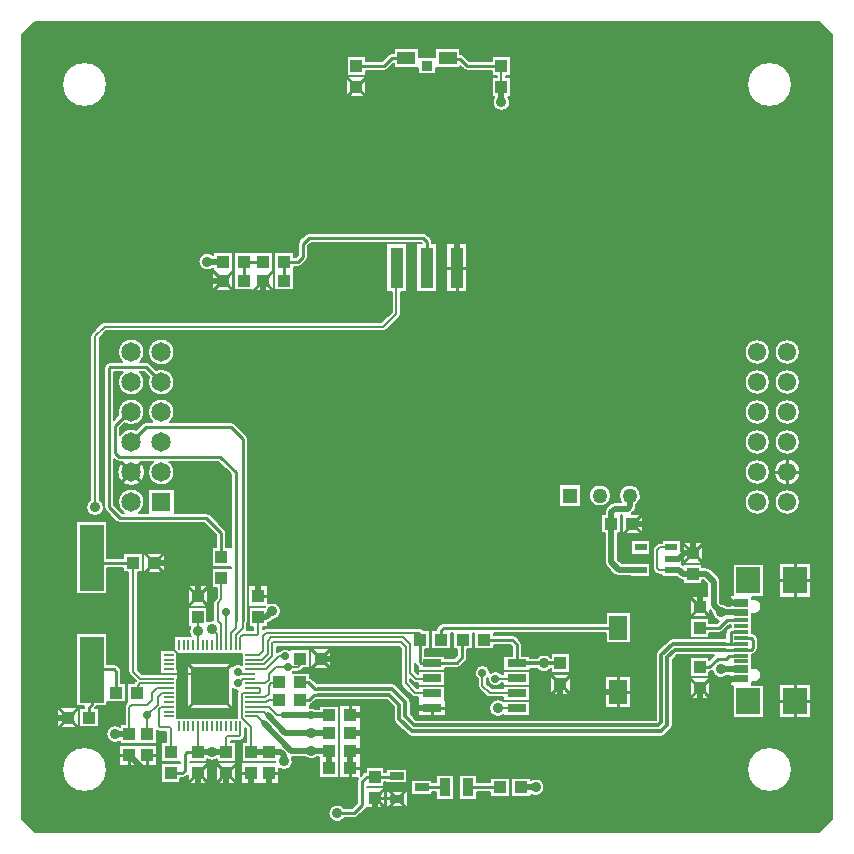
<source format=gbr>
G04 DesignSpark PCB PRO Gerber Version 10.0 Build 5299*
G04 #@! TF.Part,Single*
G04 #@! TF.FileFunction,Copper,L1,Top*
G04 #@! TF.FilePolarity,Positive*
%FSLAX35Y35*%
%MOIN*%
G04 #@! TA.AperFunction,SMDPad,CuDef*
%ADD78R,0.00787X0.03346*%
%ADD84R,0.03740X0.06102*%
%ADD77R,0.03937X0.04291*%
%ADD85R,0.04331X0.13780*%
%ADD82R,0.05906X0.07874*%
%ADD88R,0.07874X0.08583*%
%ADD83R,0.08268X0.22047*%
%ADD76R,0.03543X0.03543*%
G04 #@! TA.AperFunction,ComponentPad*
%ADD90R,0.05020X0.05020*%
%ADD72R,0.06496X0.06496*%
G04 #@! TA.AperFunction,SMDPad,CuDef*
%ADD80R,0.12598X0.12598*%
G04 #@! TD.AperFunction*
%ADD18C,0.00500*%
%ADD70C,0.00787*%
%ADD23C,0.00984*%
%ADD22C,0.01000*%
%ADD26C,0.01181*%
%ADD28C,0.01378*%
%ADD24C,0.01969*%
G04 #@! TA.AperFunction,ViaPad*
%ADD27C,0.02756*%
%ADD25C,0.03543*%
G04 #@! TA.AperFunction,ComponentPad*
%ADD91C,0.05020*%
%ADD29C,0.06102*%
%ADD73C,0.06496*%
G04 #@! TA.AperFunction,SMDPad,CuDef*
%ADD79R,0.03346X0.00787*%
%ADD87R,0.04528X0.01181*%
%ADD89R,0.04134X0.02362*%
%ADD86R,0.04724X0.02559*%
%ADD81R,0.06496X0.02559*%
%ADD74R,0.04291X0.03937*%
%ADD75R,0.05906X0.04331*%
G04 #@! TD.AperFunction*
X0Y0D02*
D02*
D18*
X174659Y252618D02*
Y257618D01*
D02*
D70*
X14705Y268984D02*
Y7394D01*
X19061Y3037D01*
X280651D01*
X285008Y7394D01*
Y268984D01*
X280651Y273341D01*
X19061D01*
X14705Y268984D01*
X26675Y44701D02*
X33754D01*
Y37976D01*
X26675D01*
Y44701D01*
X28203Y24016D02*
G75*
G02*
X43163I7480J0D01*
G01*
G75*
G02*
X28203I-7480J0D01*
G01*
Y252362D02*
G75*
G02*
X43163I7480J0D01*
G01*
G75*
G02*
X28203I-7480J0D01*
G01*
X48030Y52756D02*
X49683D01*
Y46457D01*
X43360D01*
Y45079D01*
X39611D01*
G75*
G02*
X39230Y44488I-1566J591D01*
G01*
X40541D01*
Y38189D01*
X33888D01*
Y44488D01*
X35585D01*
Y44882D01*
G75*
G02*
X35596Y45079I1673J-2D01*
G01*
X32730D01*
Y69488D01*
X43360D01*
Y59154D01*
X45526D01*
G75*
G02*
X46711Y58661I0J-1673D01*
G01*
X47537Y57835D01*
G75*
G02*
X48030Y56650I-1181J-1185D01*
G01*
Y52756D01*
X251813Y92520D02*
X262049D01*
Y81575D01*
X258325D01*
Y80700D01*
G75*
G02*
X261360Y78307I575J-2393D01*
G01*
G75*
G02*
X258112Y75976I-2461J0D01*
G01*
Y69576D01*
G75*
G02*
X259112Y69094I-185J-1663D01*
G01*
X259699Y68508D01*
G75*
G02*
X260191Y67323I-1181J-1185D01*
G01*
Y64567D01*
G75*
G02*
X259699Y63382I-1673J0D01*
G01*
X259112Y62795D01*
G75*
G02*
X258112Y62313I-1185J1181D01*
G01*
Y57882D01*
G75*
G02*
X261360Y55551I787J-2331D01*
G01*
G75*
G02*
X258325Y53159I-2461J0D01*
G01*
Y52283D01*
X262049D01*
Y41339D01*
X251813D01*
Y51756D01*
X251010D01*
Y55315D01*
X249895D01*
G75*
G02*
X244983Y56951I-2007J2165D01*
G01*
G75*
G02*
X243951Y56594I-1032J1317D01*
G01*
Y54898D01*
X237652D01*
Y61551D01*
X243951D01*
Y60634D01*
X245423Y62106D01*
X233322D01*
X231844Y60628D01*
Y38962D01*
G75*
G02*
X231297Y37640I-1870J0D01*
G01*
X229146Y35489D01*
G75*
G02*
X227821Y34941I-1322J1322D01*
G01*
X144726D01*
G75*
G02*
X143402Y35489I-2J1870D01*
G01*
X139282Y39608D01*
G75*
G02*
X138734Y40931I1322J1322D01*
G01*
Y44880D01*
X136469Y47146D01*
X113636D01*
G75*
G02*
X112904Y47295I0J1870D01*
G01*
X111671Y46063D01*
G75*
G02*
X111014Y45656I-1185J1181D01*
G01*
Y44672D01*
G75*
G02*
X112637Y44291I260J-2546D01*
G01*
X113896D01*
Y45276D01*
X120549D01*
Y21260D01*
X113896D01*
Y28150D01*
X113281D01*
G75*
G02*
X109266I-2007J2165D01*
G01*
X104830D01*
G75*
G02*
X100463Y24398I-2611J-1378D01*
G01*
Y19339D01*
X87833D01*
Y26417D01*
X99287D01*
G75*
G02*
X99274Y26551I2931J352D01*
G01*
X88045D01*
Y33205D01*
X89620D01*
Y37537D01*
X89226Y37930D01*
Y35433D01*
G75*
G02*
X88765Y34320I-1575J0D01*
G01*
X88371Y33926D01*
G75*
G02*
X87256Y33465I-1114J1113D01*
G01*
X84502D01*
Y33205D01*
X86077D01*
Y26551D01*
X79778D01*
Y27424D01*
G75*
G02*
X76628I-1575J2498D01*
G01*
Y26551D01*
X70821D01*
Y26417D01*
X76841D01*
Y19339D01*
X70116D01*
Y22224D01*
X69545Y21654D01*
G75*
G02*
X68360Y21161I-1185J1181D01*
G01*
X67573D01*
Y19551D01*
X61274D01*
Y26205D01*
X67474D01*
Y26551D01*
X61274D01*
Y33205D01*
X62848D01*
Y36614D01*
X60882D01*
G75*
G02*
X59767Y37076I-2J1575D01*
G01*
X59699Y37143D01*
Y32457D01*
X47494D01*
Y33329D01*
G75*
G02*
X42967Y35827I-1575J2498D01*
G01*
G75*
G02*
X47494Y38324I2953J0D01*
G01*
Y39110D01*
X49069D01*
Y44882D01*
G75*
G02*
X49533Y45998I1575J0D01*
G01*
X50030Y46495D01*
Y52756D01*
X52036D01*
G75*
G02*
X52289Y53085I1364J-787D01*
G01*
X52747Y53543D01*
X50755Y55536D01*
G75*
G02*
X50293Y56650I1113J1114D01*
G01*
Y89764D01*
X48541D01*
Y91240D01*
X43360D01*
Y82480D01*
X32730D01*
Y106890D01*
X43360D01*
Y94587D01*
X48541D01*
Y96063D01*
X55195D01*
Y89764D01*
X53443D01*
Y57302D01*
X54839Y55906D01*
X60766D01*
Y57693D01*
X60978D01*
Y63780D01*
X65604D01*
Y68406D01*
X71045D01*
G75*
G02*
X70901Y71520I2433J1673D01*
G01*
X70329D01*
Y78173D01*
X76628D01*
Y73364D01*
G75*
G02*
X78596Y73793I1575J-2498D01*
G01*
Y79528D01*
G75*
G02*
X79058Y80641I1575J0D01*
G01*
X79778Y81361D01*
Y84512D01*
X78203D01*
Y91165D01*
X84404D01*
Y91512D01*
X78203D01*
Y98165D01*
X79679D01*
Y102063D01*
X75541Y106201D01*
X47494D01*
G75*
G02*
X46309Y106693I0J1673D01*
G01*
X42770Y110232D01*
G75*
G02*
X42278Y111417I1181J1185D01*
G01*
Y157870D01*
G75*
G02*
Y157873I793J2D01*
G01*
G75*
G02*
Y157874I683J0D01*
G01*
G75*
G02*
X42768Y159057I1673J0D01*
G01*
X43161Y159451D01*
G75*
G02*
X44348Y159941I1183J-1183D01*
G01*
X48262D01*
G75*
G02*
X46844Y163189I3011J3248D01*
G01*
G75*
G02*
X55703I4429J0D01*
G01*
G75*
G02*
X54285Y159941I-4429J0D01*
G01*
X56156D01*
G75*
G02*
X57341Y159449I0J-1673D01*
G01*
X59530Y157260D01*
G75*
G02*
X65703Y153189I1744J-4071D01*
G01*
G75*
G02*
X56844I-4429J0D01*
G01*
G75*
G02*
X57179Y154878I4430J0D01*
G01*
X55463Y156594D01*
X54106D01*
G75*
G02*
X55703Y153189I-2832J-3406D01*
G01*
G75*
G02*
X46844I-4429J0D01*
G01*
G75*
G02*
X48442Y156594I4429J0D01*
G01*
X45624D01*
Y140693D01*
X46991Y142060D01*
G75*
G02*
X46844Y143189I4283J1130D01*
G01*
G75*
G02*
X55703I4429J0D01*
G01*
G75*
G02*
X49032Y139369I-4429J0D01*
G01*
X47593Y137929D01*
Y135652D01*
G75*
G02*
X52990Y137272I3681J-2463D01*
G01*
X55089Y139370D01*
G75*
G02*
X56274Y139862I1185J-1181D01*
G01*
X58350D01*
G75*
G02*
X56844Y143189I2924J3327D01*
G01*
G75*
G02*
X65703I4429J0D01*
G01*
G75*
G02*
X64198Y139862I-4429J0D01*
G01*
X84502D01*
G75*
G02*
X85687Y139370I0J-1673D01*
G01*
X89620Y135437D01*
G75*
G02*
X90112Y134252I-1181J-1185D01*
G01*
Y73622D01*
G75*
G02*
X90014Y73057I-1673J0D01*
G01*
Y71260D01*
G75*
G02*
X89803Y70472I-1575J0D01*
G01*
X91982D01*
Y71520D01*
X90407D01*
Y78173D01*
X95683D01*
G75*
G02*
X95759Y78307I2600J-1402D01*
G01*
X90195D01*
Y85386D01*
X96919D01*
Y79391D01*
G75*
G02*
X101234Y76772I1362J-2620D01*
G01*
G75*
G02*
X98393Y73821I-2953J0D01*
G01*
X97887Y73315D01*
G75*
G02*
X96707Y72709I-1531J1531D01*
G01*
Y71520D01*
X95132D01*
Y70731D01*
X95200Y70798D01*
G75*
G02*
X96315Y71260I1114J-1113D01*
G01*
X147537D01*
G75*
G02*
X148901Y70472I0J-1575D01*
G01*
X150864D01*
Y64173D01*
X149211D01*
Y61929D01*
X155860D01*
Y61142D01*
X159026D01*
X159994Y62110D01*
Y64173D01*
X158384D01*
Y69587D01*
X157864D01*
Y64173D01*
X151211D01*
Y70472D01*
X152865D01*
G75*
G02*
X153356Y71614I1673J-44D01*
G01*
X154183Y72441D01*
G75*
G02*
X155368Y72933I1185J-1181D01*
G01*
X209502D01*
Y76378D01*
X217770D01*
Y66142D01*
X209502D01*
Y69587D01*
X172037D01*
Y68996D01*
X178203D01*
G75*
G02*
X179388Y68504I0J-1673D01*
G01*
X181002Y66890D01*
G75*
G02*
X181494Y65705I-1181J-1185D01*
G01*
Y61929D01*
X184207D01*
Y61240D01*
X186485D01*
G75*
G02*
X191180I2347J-1791D01*
G01*
X191195D01*
Y62732D01*
X197494D01*
Y56079D01*
X191195D01*
Y57677D01*
G75*
G02*
X186456Y57697I-2362J1772D01*
G01*
X184207D01*
Y57008D01*
X175348D01*
Y61929D01*
X178148D01*
Y65012D01*
X177510Y65650D01*
X172037D01*
Y64173D01*
X165384D01*
Y69587D01*
X165037D01*
Y64173D01*
X163341D01*
Y61417D01*
G75*
G02*
X162848Y60232I-1673J0D01*
G01*
X160904Y58287D01*
G75*
G02*
X159719Y57795I-1185J1181D01*
G01*
X155860D01*
Y57008D01*
X147002D01*
Y58037D01*
G75*
G02*
X146481Y58532I866J1432D01*
G01*
X146356Y58657D01*
G75*
G02*
X145919Y59417I1181J1185D01*
G01*
Y56952D01*
X146965Y55906D01*
X147002D01*
Y56929D01*
X155860D01*
Y52008D01*
X147002D01*
Y52756D01*
X146315D01*
G75*
G02*
X145200Y53217I-2J1575D01*
G01*
X144344Y54072D01*
Y53408D01*
X146572Y51181D01*
X147002D01*
Y51929D01*
X155860D01*
Y47142D01*
X156073D01*
Y41795D01*
X146789D01*
Y47142D01*
X147002D01*
Y48031D01*
X145922D01*
G75*
G02*
X144806Y48493I-2J1575D01*
G01*
X141656Y51643D01*
G75*
G02*
X141195Y52756I1113J1114D01*
G01*
Y64308D01*
X140543Y64961D01*
X99856D01*
Y63175D01*
G75*
G02*
X100594Y63385I787J-1364D01*
G01*
G75*
G02*
X104053Y63926I2018J-1574D01*
G01*
Y64173D01*
X110707D01*
Y57874D01*
X108718D01*
G75*
G02*
X108491Y57589I-1338J830D01*
G01*
X108059Y57157D01*
G75*
G02*
X106943Y56693I-1116J1111D01*
G01*
X105417D01*
G75*
G02*
X105035Y56299I-2017J1575D01*
G01*
X111014D01*
Y54658D01*
G75*
G02*
X111472Y54333I-725J-1508D01*
G01*
X113046Y52759D01*
G75*
G02*
X113636Y52854I589J-1774D01*
G01*
X138057D01*
G75*
G02*
X139382Y52307I2J-1870D01*
G01*
X143895Y47793D01*
G75*
G02*
X144443Y46471I-1322J-1322D01*
G01*
Y42521D01*
X146315Y40650D01*
X226136D01*
Y62219D01*
G75*
G02*
X226683Y63541I1870J0D01*
G01*
X230409Y67267D01*
G75*
G02*
X231734Y67815I1322J-1322D01*
G01*
X249069D01*
G75*
G02*
X249364Y67791I-1J-1870D01*
G01*
Y69685D01*
G75*
G02*
X249858Y70872I1673J0D01*
G01*
X250048Y71061D01*
G75*
G02*
X251222Y71555I1187J-1180D01*
G01*
Y72146D01*
X250549D01*
X248524Y70120D01*
G75*
G02*
X247337Y69630I-1183J1183D01*
G01*
X243951D01*
Y67976D01*
X237652D01*
Y74630D01*
X243951D01*
Y72976D01*
X246648D01*
X247182Y73511D01*
G75*
G02*
X244937Y76266I706J2867D01*
G01*
X244163Y77040D01*
Y74764D01*
X237439D01*
Y81843D01*
X243360D01*
Y85717D01*
X242026Y87051D01*
X241589D01*
Y85890D01*
X235289D01*
Y87008D01*
G75*
G02*
X233758Y87642I0J2165D01*
G01*
X233211Y88189D01*
X228104D01*
Y88976D01*
X227221D01*
G75*
G02*
X226105Y89438I-2J1575D01*
G01*
X225515Y90028D01*
G75*
G02*
X225053Y91142I1113J1114D01*
G01*
Y97047D01*
G75*
G02*
X225515Y98161I1575J0D01*
G01*
X226499Y99145D01*
G75*
G02*
X227615Y99606I1114J-1113D01*
G01*
X228104D01*
Y100394D01*
X234600D01*
Y96866D01*
X234813D01*
Y92520D01*
G75*
G02*
X235289Y92222I-902J-1969D01*
G01*
Y92543D01*
X241589D01*
Y91382D01*
X242921D01*
G75*
G02*
X244454Y90748I2J-2165D01*
G01*
X247057Y88145D01*
G75*
G02*
X247691Y86614I-1531J-1531D01*
G01*
Y79637D01*
X248000Y79329D01*
G75*
G02*
X249895Y78543I-112J-2950D01*
G01*
X251010D01*
Y82102D01*
X251813D01*
Y92520D01*
X55329Y96276D02*
X62407D01*
Y89551D01*
X55329D01*
Y96276D01*
X70116Y85386D02*
X76841D01*
Y78307D01*
X70116D01*
Y85386D01*
X209289Y55331D02*
X217982D01*
Y44669D01*
X209289D01*
Y55331D01*
X190982Y55945D02*
X197707D01*
Y48866D01*
X190982D01*
Y55945D01*
X175348Y56929D02*
X184207D01*
Y52008D01*
X175348D01*
Y52756D01*
X174708D01*
G75*
G02*
X170132Y54331I-2017J1575D01*
G01*
G75*
G02*
X170135Y54456I2559J-2D01*
G01*
G75*
G02*
X169935Y54282I-1773J1845D01*
G01*
Y52621D01*
X171375Y51181D01*
X175348D01*
Y51929D01*
X184207D01*
Y47008D01*
X175348D01*
Y48031D01*
X170725D01*
G75*
G02*
X169609Y48493I-2J1575D01*
G01*
X167247Y50855D01*
G75*
G02*
X166785Y51969I1113J1114D01*
G01*
Y54282D01*
G75*
G02*
X165801Y56299I1575J2017D01*
G01*
G75*
G02*
X170919I2559J0D01*
G01*
G75*
G02*
X170916Y56174I-2559J2D01*
G01*
G75*
G02*
X174708Y55906I1775J-1844D01*
G01*
X175348D01*
Y56929D01*
Y46929D02*
X184207D01*
Y42008D01*
X175348D01*
Y42203D01*
G75*
G02*
X170526Y44488I-1870J2285D01*
G01*
G75*
G02*
X175348Y46773I2953J0D01*
G01*
Y46929D01*
X110841Y64386D02*
X117919D01*
Y57661D01*
X110841D01*
Y64386D01*
X256549Y24016D02*
G75*
G02*
X271510I7480J0D01*
G01*
G75*
G02*
X256549I-7480J0D01*
G01*
X237439Y54764D02*
X244163D01*
Y47685D01*
X237439D01*
Y54764D01*
X170982Y21260D02*
X177636D01*
Y14961D01*
X170982D01*
Y16437D01*
X166490D01*
Y13878D01*
X160388D01*
Y22343D01*
X166490D01*
Y19783D01*
X170982D01*
Y21260D01*
X184636Y20687D02*
G75*
G02*
X189030Y18110I1441J-2577D01*
G01*
G75*
G02*
X184636Y15533I-2953J0D01*
G01*
Y14961D01*
X177982D01*
Y21260D01*
X184636D01*
Y20687D01*
X152907Y22343D02*
X159010D01*
Y13878D01*
X152907D01*
Y16437D01*
X151628D01*
Y15650D01*
X144541D01*
Y20571D01*
X151628D01*
Y19783D01*
X152907D01*
Y22343D01*
X136274Y24350D02*
X143360D01*
Y19429D01*
X136274D01*
Y19937D01*
X135683D01*
Y18283D01*
X129876D01*
Y18150D01*
X135896D01*
Y11071D01*
X129433D01*
G75*
G02*
X129386Y11022I-1228J1132D01*
G01*
X126630Y8266D01*
G75*
G02*
X125443Y7776I-1183J1183D01*
G01*
X122368D01*
G75*
G02*
X116982Y9449I-2433J1673D01*
G01*
G75*
G02*
X122368Y11122I2953J0D01*
G01*
X124754D01*
X126530Y12898D01*
Y20075D01*
G75*
G02*
Y20078I793J2D01*
G01*
G75*
G02*
Y20079I683J0D01*
G01*
G75*
G02*
X126838Y21047I1673J0D01*
G01*
X120683D01*
Y45488D01*
X127762D01*
Y22004D01*
X128594Y22837D01*
G75*
G02*
X129384Y23280I1183J-1183D01*
G01*
Y24937D01*
X135683D01*
Y23283D01*
X136274D01*
Y24350D01*
X136061Y17004D02*
X143573D01*
Y11657D01*
X136061D01*
Y17004D01*
X79565Y26417D02*
X86289D01*
Y19339D01*
X79565D01*
Y26417D01*
X47281Y32323D02*
X59911D01*
Y25244D01*
X47281D01*
Y32323D01*
X136352Y199409D02*
X143045D01*
Y183268D01*
X141195D01*
Y175984D01*
G75*
G02*
X140733Y174871I-1575J0D01*
G01*
X136403Y170540D01*
G75*
G02*
X135287Y170079I-1114J1113D01*
G01*
X43028D01*
X40801Y167852D01*
Y113915D01*
G75*
G02*
X42179Y111417I-1575J-2498D01*
G01*
G75*
G02*
X36274I-2953J0D01*
G01*
G75*
G02*
X37652Y113915I2953J0D01*
G01*
Y168504D01*
G75*
G02*
X38113Y169617I1575J0D01*
G01*
X41263Y172767D01*
G75*
G02*
X42378Y173228I1114J-1113D01*
G01*
X134637D01*
X138045Y176637D01*
Y183268D01*
X136352D01*
Y199409D01*
X56844Y163189D02*
G75*
G02*
X65703I4429J0D01*
G01*
G75*
G02*
X56844I-4429J0D01*
G01*
X85116Y190370D02*
X85329D01*
Y183646D01*
X78250D01*
Y190370D01*
X78463D01*
Y190993D01*
G75*
G02*
X73675Y193307I-1835J2314D01*
G01*
G75*
G02*
X78463Y195621I2953J0D01*
G01*
Y196457D01*
X85116D01*
Y190370D01*
X98502D02*
X98715D01*
Y183646D01*
X91636D01*
Y183858D01*
X85463D01*
Y196457D01*
X98502D01*
Y190370D01*
X151530Y199409D02*
X153045D01*
Y183268D01*
X146352D01*
Y199409D01*
X148081D01*
X147982Y199508D01*
X111179D01*
X110191Y198520D01*
Y194885D01*
G75*
G02*
Y194883I-793J-1D01*
G01*
G75*
G02*
Y194882I-683J0D01*
G01*
G75*
G02*
X109701Y193699I-1673J0D01*
G01*
X108126Y192124D01*
G75*
G02*
X106939Y191634I-1183J1183D01*
G01*
X105502D01*
Y183858D01*
X98848D01*
Y196457D01*
X105502D01*
Y194980D01*
X106250D01*
X106844Y195575D01*
Y199213D01*
G75*
G02*
X107337Y200398I1673J0D01*
G01*
X109301Y202362D01*
G75*
G02*
X110486Y202854I1185J-1181D01*
G01*
X148675D01*
G75*
G02*
X149860Y202362I0J-1673D01*
G01*
X151037Y201185D01*
G75*
G02*
X151530Y200000I-1181J-1185D01*
G01*
Y199409D01*
X122872Y255157D02*
X129596D01*
Y248079D01*
X122872D01*
Y255157D01*
X171510Y261945D02*
X177809D01*
Y255291D01*
X176091D01*
Y254945D01*
X177809D01*
Y248291D01*
X176973D01*
G75*
G02*
X177612Y246457I-2314J-1834D01*
G01*
G75*
G02*
X171707I-2953J0D01*
G01*
G75*
G02*
X172346Y248291I2953J0D01*
G01*
X171510D01*
Y254945D01*
X173228D01*
Y255291D01*
X171510D01*
Y256945D01*
X163246D01*
G75*
G02*
X162059Y257435I-3J1673D01*
G01*
X160880Y258614D01*
Y257874D01*
X152809D01*
Y255709D01*
X146904D01*
Y257874D01*
X138833D01*
Y259402D01*
X136868Y257437D01*
G75*
G02*
X135683Y256945I-1185J1181D01*
G01*
X129384D01*
Y255291D01*
X123085D01*
Y261945D01*
X129384D01*
Y260291D01*
X134990D01*
X137100Y262402D01*
G75*
G02*
X138285Y262894I1185J-1181D01*
G01*
X138833D01*
Y264567D01*
X147100D01*
Y261614D01*
X152612D01*
Y264567D01*
X160880D01*
Y262696D01*
G75*
G02*
X162020Y262207I-44J-1673D01*
G01*
X163935Y260291D01*
X171510D01*
Y261945D01*
X156140Y199622D02*
X163258D01*
Y183055D01*
X156140D01*
Y199622D01*
X193803Y119045D02*
X201185D01*
Y111663D01*
X193803D01*
Y119045D01*
X203803Y115354D02*
G75*
G02*
X211185I3691J0D01*
G01*
G75*
G02*
X203803I-3691J0D01*
G01*
X217868Y92913D02*
X224364D01*
Y88189D01*
X217868D01*
Y88386D01*
X213878D01*
G75*
G02*
X212345Y89020I-2J2165D01*
G01*
X209786Y91579D01*
G75*
G02*
X209152Y93110I1531J1531D01*
G01*
Y102756D01*
X207990D01*
Y109055D01*
X209108D01*
Y109843D01*
G75*
G02*
X209743Y111374I2165J0D01*
G01*
X210924Y112555D01*
G75*
G02*
X212457Y113189I1531J-1531D01*
G01*
X214505D01*
G75*
G02*
X217494Y119045I2989J2165D01*
G01*
G75*
G02*
X219659Y112365I0J-3691D01*
G01*
Y111732D01*
G75*
G02*
X219025Y110201I-2165J0D01*
G01*
X218317Y109493D01*
G75*
G02*
X218052Y109268I-1531J1532D01*
G01*
X221856D01*
Y102543D01*
X214778D01*
Y108858D01*
X214644D01*
Y102756D01*
X213482D01*
Y94007D01*
X214773Y92717D01*
X217868D01*
Y92913D01*
Y100394D02*
X224364D01*
Y95669D01*
X217868D01*
Y100394D01*
X235077Y99756D02*
X241801D01*
Y92677D01*
X235077D01*
Y99756D01*
X255703Y113189D02*
G75*
G02*
X264167I4232J0D01*
G01*
G75*
G02*
X255703I-4232J0D01*
G01*
Y123189D02*
G75*
G02*
X264167I4232J0D01*
G01*
G75*
G02*
X255703I-4232J0D01*
G01*
Y133189D02*
G75*
G02*
X264167I4232J0D01*
G01*
G75*
G02*
X255703I-4232J0D01*
G01*
Y143189D02*
G75*
G02*
X264167I4232J0D01*
G01*
G75*
G02*
X255703I-4232J0D01*
G01*
Y153189D02*
G75*
G02*
X264167I4232J0D01*
G01*
G75*
G02*
X255703I-4232J0D01*
G01*
Y163189D02*
G75*
G02*
X264167I4232J0D01*
G01*
G75*
G02*
X255703I-4232J0D01*
G01*
X256549Y252362D02*
G75*
G02*
X271510I7480J0D01*
G01*
G75*
G02*
X256549I-7480J0D01*
G01*
X265490Y123189D02*
G75*
G02*
X274380I4445J0D01*
G01*
G75*
G02*
X265490I-4445J0D01*
G01*
X265703Y113189D02*
G75*
G02*
X274167I4232J0D01*
G01*
G75*
G02*
X265703I-4232J0D01*
G01*
X267073Y52496D02*
X277734D01*
Y41126D01*
X267073D01*
Y52496D01*
Y92732D02*
X277734D01*
Y81362D01*
X267073D01*
Y92732D01*
X265703Y133189D02*
G75*
G02*
X274167I4232J0D01*
G01*
G75*
G02*
X265703I-4232J0D01*
G01*
Y143189D02*
G75*
G02*
X274167I4232J0D01*
G01*
G75*
G02*
X265703I-4232J0D01*
G01*
Y153189D02*
G75*
G02*
X274167I4232J0D01*
G01*
G75*
G02*
X265703I-4232J0D01*
G01*
Y163189D02*
G75*
G02*
X274167I4232J0D01*
G01*
G75*
G02*
X265703I-4232J0D01*
G01*
X15098Y14331D02*
G36*
X15098Y14331D02*
Y7000D01*
X18668Y3431D01*
X281045D01*
X284614Y7000D01*
Y14331D01*
X166490D01*
Y13878D01*
X160388D01*
Y14331D01*
X159010D01*
Y13878D01*
X152907D01*
Y14331D01*
X143573D01*
Y11657D01*
X136061D01*
Y14331D01*
X135896D01*
Y11071D01*
X129433D01*
G75*
G02*
X129386Y11022I-1022J934D01*
G01*
X126630Y8266D01*
G75*
G02*
X125443Y7776I-1183J1184D01*
G01*
X122368D01*
G75*
G02*
X116982Y9449I-2433J1674D01*
G01*
G75*
G02*
X122368Y11122I2953J0D01*
G01*
X124754D01*
X126530Y12898D01*
Y14331D01*
X15098D01*
G37*
Y18110D02*
G36*
X15098Y18110D02*
Y14331D01*
X126530D01*
Y18110D01*
X40274D01*
G75*
G02*
X31092I-4591J5906D01*
G01*
X15098D01*
G37*
X135896D02*
G36*
X135896Y18110D02*
Y14331D01*
X136061D01*
Y17004D01*
X143573D01*
Y14331D01*
X152907D01*
Y16437D01*
X151628D01*
Y15650D01*
X144541D01*
Y18110D01*
X135896D01*
G37*
X159010D02*
G36*
X159010Y18110D02*
Y14331D01*
X160388D01*
Y18110D01*
X159010D01*
G37*
X166490Y16437D02*
G36*
X166490Y16437D02*
Y14331D01*
X284614D01*
Y18110D01*
X268621D01*
G75*
G02*
X259438I-4591J5906D01*
G01*
X189030D01*
G75*
G02*
X184636Y15533I-2953J0D01*
G01*
Y14961D01*
X177982D01*
Y18110D01*
X177636D01*
Y14961D01*
X170982D01*
Y16437D01*
X166490D01*
G37*
X15098Y24016D02*
G36*
X15098Y24016D02*
Y18110D01*
X31092D01*
G75*
G02*
X28203Y24016I4591J5906D01*
G01*
X15098D01*
G37*
X43163D02*
G36*
X43163Y24016D02*
G75*
G02*
X40274Y18110I-7480J0D01*
G01*
X126530D01*
Y20075D01*
Y20078D01*
Y20079D01*
G75*
G02*
X126838Y21047I1676J-1D01*
G01*
X120683D01*
Y24016D01*
X120549D01*
Y21260D01*
X113896D01*
Y24016D01*
X103278D01*
G75*
G02*
X101158I-1060J2756D01*
G01*
X100463D01*
Y19339D01*
X87833D01*
Y24016D01*
X86289D01*
Y19339D01*
X79565D01*
Y24016D01*
X76841D01*
Y19339D01*
X70116D01*
Y22224D01*
X69545Y21654D01*
G75*
G02*
X68360Y21161I-1185J1180D01*
G01*
X67573D01*
Y19551D01*
X61274D01*
Y24016D01*
X43163D01*
G37*
X127762D02*
G36*
X127762Y24016D02*
Y22004D01*
X128594Y22837D01*
G75*
G02*
X129384Y23280I1185J-1185D01*
G01*
Y24016D01*
X127762D01*
G37*
X129876Y18283D02*
G36*
X129876Y18283D02*
Y18150D01*
X135896D01*
Y18110D01*
X144541D01*
Y20571D01*
X151628D01*
Y19783D01*
X152907D01*
Y22343D01*
X159010D01*
Y18110D01*
X160388D01*
Y22343D01*
X166490D01*
Y19783D01*
X170982D01*
Y21260D01*
X177636D01*
Y18110D01*
X177982D01*
Y21260D01*
X184636D01*
Y20687D01*
G75*
G02*
X189030Y18110I1441J-2577D01*
G01*
X259438D01*
G75*
G02*
X256549Y24016I4591J5906D01*
G01*
X143360D01*
Y19429D01*
X136274D01*
Y19937D01*
X135683D01*
Y18283D01*
X129876D01*
G37*
X135683Y24016D02*
G36*
X135683Y24016D02*
Y23283D01*
X136274D01*
Y24016D01*
X135683D01*
G37*
X271510D02*
G36*
X271510Y24016D02*
G75*
G02*
X268621Y18110I-7480J0D01*
G01*
X284614D01*
Y24016D01*
X271510D01*
G37*
X15098Y28783D02*
G36*
X15098Y28783D02*
Y24016D01*
X28203D01*
G75*
G02*
X29919Y28783I7480J0D01*
G01*
X15098D01*
G37*
X41447D02*
G36*
X41447Y28783D02*
G75*
G02*
X43163Y24016I-5764J-4768D01*
G01*
X61274D01*
Y26205D01*
X67474D01*
Y26551D01*
X61274D01*
Y28783D01*
X59911D01*
Y25244D01*
X47281D01*
Y28783D01*
X41447D01*
G37*
X70821Y26551D02*
G36*
X70821Y26551D02*
Y26417D01*
X76841D01*
Y24016D01*
X79565D01*
Y26417D01*
X86289D01*
Y24016D01*
X87833D01*
Y26417D01*
X99287D01*
G75*
G02*
X99274Y26551I3822J439D01*
G01*
X88045D01*
Y28783D01*
X86077D01*
Y26551D01*
X79778D01*
Y27424D01*
G75*
G02*
X76628I-1575J2497D01*
G01*
Y26551D01*
X70821D01*
G37*
X100463Y24398D02*
G36*
X100463Y24398D02*
Y24016D01*
X101158D01*
G75*
G02*
X100463Y24398I1060J2756D01*
G01*
G37*
X105171Y26772D02*
G36*
X105171Y26772D02*
G75*
G02*
X103278Y24016I-2953J0D01*
G01*
X113896D01*
Y28150D01*
X113281D01*
G75*
G02*
X109266I-2007J2165D01*
G01*
X104830D01*
G75*
G02*
X105171Y26772I-2611J-1378D01*
G01*
G37*
X120549Y28783D02*
G36*
X120549Y28783D02*
Y24016D01*
X120683D01*
Y28783D01*
X120549D01*
G37*
X127762D02*
G36*
X127762Y28783D02*
Y24016D01*
X129384D01*
Y24937D01*
X135683D01*
Y24016D01*
X136274D01*
Y24350D01*
X143360D01*
Y24016D01*
X256549D01*
G75*
G02*
X258265Y28783I7480J0D01*
G01*
X127762D01*
G37*
X269794D02*
G36*
X269794Y28783D02*
G75*
G02*
X271510Y24016I-5764J-4768D01*
G01*
X284614D01*
Y28783D01*
X269794D01*
G37*
X15098Y41339D02*
G36*
X15098Y41339D02*
Y28783D01*
X29919D01*
G75*
G02*
X41447I5764J-4768D01*
G01*
X47281D01*
Y32323D01*
X59911D01*
Y28783D01*
X61274D01*
Y33205D01*
X62848D01*
Y36614D01*
X60882D01*
G75*
G02*
X59767Y37076I-2J1576D01*
G01*
X59699Y37143D01*
Y32457D01*
X47494D01*
Y33329D01*
G75*
G02*
X42967Y35827I-1575J2498D01*
G01*
G75*
G02*
X47494Y38324I2953J0D01*
G01*
Y39110D01*
X49069D01*
Y41339D01*
X40541D01*
Y38189D01*
X33888D01*
Y41339D01*
X33754D01*
Y37976D01*
X26675D01*
Y41339D01*
X15098D01*
G37*
X84502Y33465D02*
G36*
X84502Y33465D02*
Y33205D01*
X86077D01*
Y28783D01*
X88045D01*
Y33205D01*
X89620D01*
Y37537D01*
X89226Y37930D01*
Y35433D01*
G75*
G02*
X88765Y34320I-1575J0D01*
G01*
X88371Y33926D01*
G75*
G02*
X87256Y33465I-1114J1115D01*
G01*
X84502D01*
G37*
X120549Y41339D02*
G36*
X120549Y41339D02*
Y28783D01*
X120683D01*
Y41339D01*
X120549D01*
G37*
X127762D02*
G36*
X127762Y41339D02*
Y28783D01*
X258265D01*
G75*
G02*
X269794I5764J-4768D01*
G01*
X284614D01*
Y41339D01*
X277734D01*
Y41126D01*
X267073D01*
Y41339D01*
X262049D01*
X251813D01*
X231844D01*
Y38962D01*
G75*
G02*
Y38961I-2115J0D01*
G01*
G75*
G02*
X231297Y37640I-1868J0D01*
G01*
X229146Y35489D01*
G75*
G02*
X227821Y34941I-1322J1321D01*
G01*
X144726D01*
G75*
G02*
X143402Y35489I-3J1869D01*
G01*
X139282Y39608D01*
G75*
G02*
X138734Y40930I1320J1321D01*
G01*
G75*
G02*
Y40931I2115J1D01*
G01*
Y41339D01*
X127762D01*
G37*
X145626D02*
G36*
X145626Y41339D02*
X146315Y40650D01*
X226136D01*
Y41339D01*
X145626D01*
G37*
X15098Y44488D02*
G36*
X15098Y44488D02*
Y41339D01*
X26675D01*
Y44488D01*
X15098D01*
G37*
X33754D02*
G36*
X33754Y44488D02*
Y41339D01*
X33888D01*
Y44488D01*
X33754D01*
G37*
X40541D02*
G36*
X40541Y44488D02*
Y41339D01*
X49069D01*
Y44488D01*
X40541D01*
G37*
X112257D02*
G36*
X112257Y44488D02*
G75*
G02*
X112637Y44291I-984J-2365D01*
G01*
X113896D01*
Y44488D01*
X112257D01*
G37*
X120549D02*
G36*
X120549Y44488D02*
Y41339D01*
X120683D01*
Y44488D01*
X120549D01*
G37*
X127762D02*
G36*
X127762Y44488D02*
Y41339D01*
X138734D01*
Y44488D01*
X127762D01*
G37*
X144443D02*
G36*
X144443Y44488D02*
Y42521D01*
X145626Y41339D01*
X226136D01*
Y44488D01*
X184207D01*
Y42008D01*
X175348D01*
Y42203D01*
G75*
G02*
X170526Y44488I-1870J2285D01*
G01*
X156073D01*
Y41795D01*
X146789D01*
Y44488D01*
X144443D01*
G37*
X231844D02*
G36*
X231844Y44488D02*
Y41339D01*
X251813D01*
Y44488D01*
X231844D01*
G37*
X262049D02*
G36*
X262049Y44488D02*
Y41339D01*
X267073D01*
Y44488D01*
X262049D01*
G37*
X277734D02*
G36*
X277734Y44488D02*
Y41339D01*
X284614D01*
Y44488D01*
X277734D01*
G37*
X15098Y50000D02*
G36*
X15098Y50000D02*
Y44488D01*
X26675D01*
Y44701D01*
X33754D01*
Y44488D01*
X33888D01*
X35585D01*
Y44882D01*
G75*
G02*
X35596Y45079I1769J-7D01*
G01*
X32730D01*
Y50000D01*
X15098D01*
G37*
X39611Y45079D02*
G36*
X39611Y45079D02*
G75*
G02*
X39230Y44488I-1563J589D01*
G01*
X40541D01*
X49069D01*
Y44882D01*
Y44882D01*
G75*
G02*
X49533Y45998I1574J0D01*
G01*
X50030Y46495D01*
Y50000D01*
X49683D01*
Y46457D01*
X43360D01*
Y45079D01*
X39611D01*
G37*
X111014Y45656D02*
G36*
X111014Y45656D02*
Y44672D01*
G75*
G02*
X112257Y44488I259J-2548D01*
G01*
X113896D01*
Y45276D01*
X120549D01*
Y44488D01*
X120683D01*
Y45488D01*
X127762D01*
Y44488D01*
X138734D01*
Y44880D01*
X136469Y47146D01*
X113636D01*
G75*
G02*
X112904Y47295I1J1878D01*
G01*
X111671Y46063D01*
G75*
G02*
X111014Y45656I-1189J1187D01*
G01*
G37*
X143299Y50000D02*
G36*
X143299Y50000D02*
X141689D01*
X143895Y47793D01*
G75*
G02*
X144443Y46472I-1320J-1321D01*
G01*
G75*
G02*
Y46471I-2115J0D01*
G01*
Y44488D01*
X146789D01*
Y47142D01*
X147002D01*
Y48031D01*
X145922D01*
G75*
G02*
X144806Y48493I-2J1576D01*
G01*
X143299Y50000D01*
G37*
X155860D02*
G36*
X155860Y50000D02*
Y47142D01*
X156073D01*
Y44488D01*
X170526D01*
G75*
G02*
X175348Y46773I2953J0D01*
G01*
Y46929D01*
X184207D01*
Y44488D01*
X226136D01*
Y50000D01*
X217982D01*
Y44669D01*
X209289D01*
Y50000D01*
X197707D01*
Y48866D01*
X190982D01*
Y50000D01*
X184207D01*
Y47008D01*
X175348D01*
Y48031D01*
X170725D01*
G75*
G02*
X169609Y48493I-2J1576D01*
G01*
X168102Y50000D01*
X155860D01*
G37*
X231844D02*
G36*
X231844Y50000D02*
Y44488D01*
X251813D01*
Y50000D01*
X244163D01*
Y47685D01*
X237439D01*
Y50000D01*
X231844D01*
G37*
X262049D02*
G36*
X262049Y50000D02*
Y44488D01*
X267073D01*
Y50000D01*
X262049D01*
G37*
X277734D02*
G36*
X277734Y50000D02*
Y44488D01*
X284614D01*
Y50000D01*
X277734D01*
G37*
X15098Y61024D02*
G36*
X15098Y61024D02*
Y50000D01*
X32730D01*
Y61024D01*
X15098D01*
G37*
X43360D02*
G36*
X43360Y61024D02*
Y59154D01*
X45526D01*
G75*
G02*
X46711Y58661I0J-1672D01*
G01*
X47537Y57835D01*
G75*
G02*
X48030Y56650I-1181J-1185D01*
G01*
Y52756D01*
X49683D01*
Y50000D01*
X50030D01*
Y52756D01*
X52036D01*
G75*
G02*
X52289Y53085I1347J-774D01*
G01*
X52747Y53543D01*
X50755Y55536D01*
G75*
G02*
X50293Y56650I1114J1114D01*
G01*
Y61024D01*
X43360D01*
G37*
X53443D02*
G36*
X53443Y61024D02*
Y57302D01*
X54839Y55906D01*
X60766D01*
Y57693D01*
X60978D01*
Y61024D01*
X53443D01*
G37*
X105417Y56693D02*
G36*
X105417Y56693D02*
G75*
G02*
X105035Y56299I-2015J1572D01*
G01*
X111014D01*
Y54658D01*
G75*
G02*
X111472Y54333I-733J-1519D01*
G01*
X113046Y52759D01*
G75*
G02*
X113636Y52854I590J-1780D01*
G01*
X138057D01*
G75*
G02*
X139382Y52307I3J-1869D01*
G01*
X141689Y50000D01*
X143299D01*
X141656Y51643D01*
G75*
G02*
X141195Y52756I1114J1114D01*
G01*
Y61024D01*
X117919D01*
Y57661D01*
X110841D01*
Y61024D01*
X110707D01*
Y57874D01*
X108718D01*
G75*
G02*
X108491Y57589I-1346J837D01*
G01*
X108059Y57157D01*
G75*
G02*
X106943Y56693I-1116J1110D01*
G01*
X105417D01*
G37*
X144344Y54072D02*
G36*
X144344Y54072D02*
Y53408D01*
X146572Y51181D01*
X147002D01*
Y51929D01*
X155860D01*
Y50000D01*
X168102D01*
X167247Y50855D01*
G75*
G02*
X166785Y51969I1114J1114D01*
G01*
Y54282D01*
G75*
G02*
X165801Y56299I1574J2017D01*
G01*
Y56299D01*
G75*
G02*
X170919I2559J0D01*
G01*
G75*
G02*
X170916Y56174I-2492J0D01*
G01*
G75*
G02*
X174708Y55906I1775J-1843D01*
G01*
X175348D01*
Y56929D01*
X184207D01*
Y52008D01*
X175348D01*
Y52756D01*
X174708D01*
G75*
G02*
X170132Y54331I-2017J1575D01*
G01*
G75*
G02*
X170135Y54456I2492J0D01*
G01*
G75*
G02*
X169935Y54282I-1677J1735D01*
G01*
Y52621D01*
X171375Y51181D01*
X175348D01*
Y51929D01*
X184207D01*
Y50000D01*
X190982D01*
Y55945D01*
X197707D01*
Y50000D01*
X209289D01*
Y55331D01*
X217982D01*
Y50000D01*
X226136D01*
Y61024D01*
X197494D01*
Y56079D01*
X191195D01*
Y57677D01*
G75*
G02*
X186456Y57697I-2362J1772D01*
G01*
X184207D01*
Y57008D01*
X175348D01*
Y61024D01*
X163294D01*
G75*
G02*
X162848Y60232I-1626J394D01*
G01*
X160904Y58287D01*
G75*
G02*
X159719Y57795I-1185J1180D01*
G01*
X155860D01*
Y57008D01*
X147002D01*
Y58037D01*
G75*
G02*
X146481Y58532I863J1430D01*
G01*
X146356Y58657D01*
G75*
G02*
X145919Y59417I1184J1187D01*
G01*
Y56952D01*
X146965Y55906D01*
X147002D01*
Y56929D01*
X155860D01*
Y52008D01*
X147002D01*
Y52756D01*
X146315D01*
G75*
G02*
X145200Y53217I-2J1576D01*
G01*
X144344Y54072D01*
G37*
X231844Y60628D02*
G36*
X231844Y60628D02*
Y50000D01*
X237439D01*
Y54764D01*
X244163D01*
Y50000D01*
X251813D01*
Y51756D01*
X251010D01*
Y55315D01*
X249895D01*
G75*
G02*
X244983Y56951I-2007J2165D01*
G01*
G75*
G02*
X243951Y56594I-1033J1320D01*
G01*
Y54898D01*
X237652D01*
Y61024D01*
X232240D01*
X231844Y60628D01*
G37*
X243951Y61024D02*
G36*
X243951Y61024D02*
Y60634D01*
X244341Y61024D01*
X243951D01*
G37*
X258112D02*
G36*
X258112Y61024D02*
Y57882D01*
G75*
G02*
X261360Y55551I787J-2331D01*
G01*
G75*
G02*
X258325Y53159I-2461J0D01*
G01*
Y52283D01*
X262049D01*
Y50000D01*
X267073D01*
Y52496D01*
X277734D01*
Y50000D01*
X284614D01*
Y61024D01*
X258112D01*
G37*
X15098Y81846D02*
G36*
X15098Y81846D02*
Y61024D01*
X32730D01*
Y69488D01*
X43360D01*
Y61024D01*
X50293D01*
Y81846D01*
X15098D01*
G37*
X53443D02*
G36*
X53443Y81846D02*
Y61024D01*
X60978D01*
Y63780D01*
X65604D01*
Y68406D01*
X71045D01*
G75*
G02*
X70526Y70078I2433J1673D01*
G01*
G75*
G02*
X70901Y71520I2953J0D01*
G01*
X70329D01*
Y78173D01*
X76628D01*
Y73364D01*
G75*
G02*
X78596Y73793I1575J-2498D01*
G01*
Y79528D01*
G75*
G02*
X79058Y80641I1575J0D01*
G01*
X79778Y81361D01*
Y81846D01*
X76841D01*
Y78307D01*
X70116D01*
Y81846D01*
X53443D01*
G37*
X90014Y73057D02*
G36*
X90014Y73057D02*
Y71260D01*
G75*
G02*
Y71259I-1805J0D01*
G01*
G75*
G02*
X89803Y70472I-1572J0D01*
G01*
X91982D01*
Y71520D01*
X90407D01*
Y78173D01*
X95683D01*
G75*
G02*
X95759Y78307I2498J-1344D01*
G01*
X90195D01*
Y81846D01*
X90112D01*
Y73622D01*
G75*
G02*
X90014Y73057I-1673J0D01*
G01*
G37*
X95132Y71520D02*
G36*
X95132Y71520D02*
Y70731D01*
X95200Y70798D01*
G75*
G02*
X96315Y71260I1114J-1115D01*
G01*
X147537D01*
G75*
G02*
X148901Y70472I0J-1575D01*
G01*
X150864D01*
Y64173D01*
X149211D01*
Y61929D01*
X155860D01*
Y61142D01*
X159026D01*
X159994Y62110D01*
Y64173D01*
X158384D01*
Y69587D01*
X157864D01*
Y64173D01*
X151211D01*
Y70472D01*
X152865D01*
G75*
G02*
X153356Y71614I1672J-44D01*
G01*
X154183Y72441D01*
G75*
G02*
X155368Y72933I1185J-1180D01*
G01*
X209502D01*
Y76378D01*
X217770D01*
Y66142D01*
X209502D01*
Y69587D01*
X172037D01*
Y68996D01*
X178203D01*
G75*
G02*
X179388Y68504I0J-1672D01*
G01*
X181002Y66890D01*
G75*
G02*
X181494Y65705I-1181J-1185D01*
G01*
Y61929D01*
X184207D01*
Y61240D01*
X186485D01*
G75*
G02*
X191180I2347J-1791D01*
G01*
X191195D01*
Y62732D01*
X197494D01*
Y61024D01*
X226136D01*
Y62219D01*
G75*
G02*
Y62220I2115J1D01*
G01*
G75*
G02*
X226683Y63541I1868J0D01*
G01*
X230409Y67267D01*
G75*
G02*
X231734Y67815I1322J-1321D01*
G01*
X249069D01*
G75*
G02*
X249364Y67791I0J-1856D01*
G01*
Y69685D01*
G75*
G02*
X249858Y70872I1673J0D01*
G01*
X250048Y71061D01*
G75*
G02*
X251222Y71555I1187J-1180D01*
G01*
Y72146D01*
X250549D01*
X248524Y70120D01*
G75*
G02*
X247337Y69630I-1183J1184D01*
G01*
X243951D01*
Y67976D01*
X237652D01*
Y74630D01*
X243951D01*
Y72976D01*
X246648D01*
X247182Y73511D01*
G75*
G02*
X244937Y76266I706J2868D01*
G01*
X244163Y77040D01*
Y74764D01*
X237439D01*
Y81843D01*
X243360D01*
Y81846D01*
X96919D01*
Y79391D01*
G75*
G02*
X101234Y76772I1362J-2620D01*
G01*
G75*
G02*
X98393Y73821I-2953J0D01*
G01*
X97887Y73315D01*
G75*
G02*
X96707Y72709I-1531J1531D01*
G01*
Y71520D01*
X95132D01*
G37*
X99856Y64961D02*
G36*
X99856Y64961D02*
Y63175D01*
G75*
G02*
X100594Y63385I787J-1362D01*
G01*
G75*
G02*
X104053Y63926I2018J-1574D01*
G01*
Y64173D01*
X110707D01*
Y61024D01*
X110841D01*
Y64386D01*
X117919D01*
Y61024D01*
X141195D01*
Y64308D01*
X140543Y64961D01*
X99856D01*
G37*
X163341Y64173D02*
G36*
X163341Y64173D02*
Y61417D01*
G75*
G02*
X163294Y61024I-1673J0D01*
G01*
X175348D01*
Y61929D01*
X178148D01*
Y65012D01*
X177510Y65650D01*
X172037D01*
Y64173D01*
X165384D01*
Y69587D01*
X165037D01*
Y64173D01*
X163341D01*
G37*
X233322Y62106D02*
G36*
X233322Y62106D02*
X232240Y61024D01*
X237652D01*
Y61551D01*
X243951D01*
Y61024D01*
X244341D01*
X245423Y62106D01*
X233322D01*
G37*
X247691Y81846D02*
G36*
X247691Y81846D02*
Y79637D01*
X248000Y79329D01*
G75*
G02*
X249895Y78543I-113J-2953D01*
G01*
X251010D01*
Y81846D01*
X247691D01*
G37*
X258112Y62313D02*
G36*
X258112Y62313D02*
Y61024D01*
X284614D01*
Y81846D01*
X277734D01*
Y81362D01*
X267073D01*
Y81846D01*
X262049D01*
Y81575D01*
X258325D01*
Y80700D01*
G75*
G02*
X261360Y78307I575J-2392D01*
G01*
Y78307D01*
G75*
G02*
X258112Y75976I-2461J0D01*
G01*
Y69576D01*
G75*
G02*
X259112Y69094I-185J-1663D01*
G01*
X259699Y68508D01*
G75*
G02*
X260191Y67323I-1181J-1185D01*
G01*
Y64567D01*
G75*
G02*
X259699Y63382I-1673J0D01*
G01*
X259112Y62795D01*
G75*
G02*
X258112Y62313I-1185J1181D01*
G01*
G37*
X15098Y92913D02*
G36*
X15098Y92913D02*
Y81846D01*
X50293D01*
Y89764D01*
X48541D01*
Y91240D01*
X43360D01*
Y82480D01*
X32730D01*
Y92913D01*
X15098D01*
G37*
X53443Y89764D02*
G36*
X53443Y89764D02*
Y81846D01*
X70116D01*
Y85386D01*
X76841D01*
Y81846D01*
X79778D01*
Y84512D01*
X78203D01*
Y91165D01*
X84404D01*
Y91512D01*
X78203D01*
Y92913D01*
X62407D01*
Y89551D01*
X55329D01*
Y92913D01*
X55195D01*
Y89764D01*
X53443D01*
G37*
X90112Y92913D02*
G36*
X90112Y92913D02*
Y81846D01*
X90195D01*
Y85386D01*
X96919D01*
Y81846D01*
X243360D01*
Y85717D01*
X242026Y87051D01*
X241589D01*
Y85890D01*
X235289D01*
Y87008D01*
G75*
G02*
X233758Y87642I0J2166D01*
G01*
X233211Y88189D01*
X228104D01*
Y88976D01*
X227221D01*
G75*
G02*
X226105Y89438I-2J1576D01*
G01*
X225515Y90028D01*
G75*
G02*
X225053Y91142I1114J1114D01*
G01*
Y92913D01*
X224364D01*
Y88189D01*
X217868D01*
Y88386D01*
X213878D01*
G75*
G02*
X212345Y89020I-2J2167D01*
G01*
X209786Y91579D01*
G75*
G02*
X209161Y92913I1532J1531D01*
G01*
X90112D01*
G37*
X214576D02*
G36*
X214576Y92913D02*
X214773Y92717D01*
X217868D01*
Y92913D01*
X214576D01*
G37*
X234813D02*
G36*
X234813Y92913D02*
Y92520D01*
G75*
G02*
X235289Y92222I-907J-1977D01*
G01*
Y92543D01*
X241589D01*
Y91382D01*
X242921D01*
G75*
G02*
X244454Y90748I2J-2167D01*
G01*
X247057Y88145D01*
G75*
G02*
X247691Y86614I-1532J-1531D01*
G01*
Y81846D01*
X251010D01*
Y82102D01*
X251813D01*
Y92520D01*
X262049D01*
Y81846D01*
X267073D01*
Y92732D01*
X277734D01*
Y81846D01*
X284614D01*
Y92913D01*
X241801D01*
Y92677D01*
X235077D01*
Y92913D01*
X234813D01*
G37*
X15098Y98031D02*
G36*
X15098Y98031D02*
Y92913D01*
X32730D01*
Y98031D01*
X15098D01*
G37*
X43360D02*
G36*
X43360Y98031D02*
Y94587D01*
X48541D01*
Y96063D01*
X55195D01*
Y92913D01*
X55329D01*
Y96276D01*
X62407D01*
Y92913D01*
X78203D01*
Y98031D01*
X43360D01*
G37*
X90112D02*
G36*
X90112Y98031D02*
Y92913D01*
X209161D01*
G75*
G02*
X209152Y93110I2157J198D01*
G01*
Y98031D01*
X90112D01*
G37*
X213482D02*
G36*
X213482Y98031D02*
Y94007D01*
X214576Y92913D01*
X217868D01*
X224364D01*
X225053D01*
Y97047D01*
G75*
G02*
X225399Y98031I1575J0D01*
G01*
X224364D01*
Y95669D01*
X217868D01*
Y98031D01*
X213482D01*
G37*
X234600D02*
G36*
X234600Y98031D02*
Y96866D01*
X234813D01*
Y92913D01*
X235077D01*
Y98031D01*
X234600D01*
G37*
X241801D02*
G36*
X241801Y98031D02*
Y92913D01*
X284614D01*
Y98031D01*
X241801D01*
G37*
X15098Y115354D02*
G36*
X15098Y115354D02*
Y98031D01*
X32730D01*
Y106890D01*
X43360D01*
Y98031D01*
X78203D01*
Y98165D01*
X79679D01*
Y102063D01*
X75541Y106201D01*
X47494D01*
G75*
G02*
X46309Y106693I0J1672D01*
G01*
X42770Y110232D01*
G75*
G02*
X42278Y111417I1181J1185D01*
G01*
Y115354D01*
X40801D01*
Y113915D01*
G75*
G02*
X42179Y111418I-1574J-2497D01*
G01*
Y111417D01*
G75*
G02*
X36274I-2953J0D01*
G01*
Y111418D01*
G75*
G02*
X37652Y113915I2952J0D01*
G01*
Y115354D01*
X15098D01*
G37*
X90112D02*
G36*
X90112Y115354D02*
Y98031D01*
X209152D01*
Y102756D01*
X207990D01*
Y109055D01*
X209108D01*
Y109843D01*
G75*
G02*
X209743Y111374I2166J0D01*
G01*
X210924Y112555D01*
G75*
G02*
X212457Y113189I1532J-1533D01*
G01*
X214505D01*
G75*
G02*
X213803Y115354I2989J2165D01*
G01*
X211185D01*
G75*
G02*
X203803I-3691J0D01*
G01*
X201185D01*
Y111663D01*
X193803D01*
Y115354D01*
X90112D01*
G37*
X213482Y102756D02*
G36*
X213482Y102756D02*
Y98031D01*
X217868D01*
Y100394D01*
X224364D01*
Y98031D01*
X225399D01*
G75*
G02*
X225515Y98161I1230J-985D01*
G01*
X226499Y99145D01*
G75*
G02*
X227615Y99606I1114J-1115D01*
G01*
X228104D01*
Y100394D01*
X234600D01*
Y98031D01*
X235077D01*
Y99756D01*
X241801D01*
Y98031D01*
X284614D01*
Y115354D01*
X273571D01*
G75*
G02*
X274167Y113189I-3636J-2166D01*
G01*
G75*
G02*
X265703I-4232J0D01*
G01*
G75*
G02*
X266299Y115354I4232J0D01*
G01*
X263571D01*
G75*
G02*
X264167Y113189I-3636J-2166D01*
G01*
G75*
G02*
X255703I-4232J0D01*
G01*
G75*
G02*
X256299Y115354I4232J0D01*
G01*
X221185D01*
G75*
G02*
X219659Y112365I-3691J0D01*
G01*
Y111732D01*
G75*
G02*
X219025Y110201I-2166J0D01*
G01*
X218317Y109493D01*
G75*
G02*
X218052Y109268I-1526J1526D01*
G01*
X221856D01*
Y102543D01*
X214778D01*
Y108858D01*
X214644D01*
Y102756D01*
X213482D01*
G37*
X15098Y123189D02*
G36*
X15098Y123189D02*
Y115354D01*
X37652D01*
Y123189D01*
X15098D01*
G37*
X40801D02*
G36*
X40801Y123189D02*
Y115354D01*
X42278D01*
Y123189D01*
X40801D01*
G37*
X90112D02*
G36*
X90112Y123189D02*
Y115354D01*
X193803D01*
Y119045D01*
X201185D01*
Y115354D01*
X203803D01*
G75*
G02*
X211185I3691J0D01*
G01*
X213803D01*
G75*
G02*
X217494Y119045I3691J0D01*
G01*
G75*
G02*
X221185Y115354I0J-3691D01*
G01*
X256299D01*
G75*
G02*
X263571I3636J-2165D01*
G01*
X266299D01*
G75*
G02*
X273571I3636J-2165D01*
G01*
X284614D01*
Y123189D01*
X274380D01*
G75*
G02*
X265490I-4445J0D01*
G01*
X264167D01*
G75*
G02*
X255703I-4232J0D01*
G01*
X90112D01*
G37*
X15098Y133189D02*
G36*
X15098Y133189D02*
Y123189D01*
X37652D01*
Y133189D01*
X15098D01*
G37*
X40801D02*
G36*
X40801Y133189D02*
Y123189D01*
X42278D01*
Y133189D01*
X40801D01*
G37*
X90112D02*
G36*
X90112Y133189D02*
Y123189D01*
X255703D01*
G75*
G02*
X264167I4232J0D01*
G01*
X265490D01*
G75*
G02*
X274380I4445J0D01*
G01*
X284614D01*
Y133189D01*
X274167D01*
G75*
G02*
X265703I-4232J0D01*
G01*
X264167D01*
G75*
G02*
X255703I-4232J0D01*
G01*
X90112D01*
G37*
X15098Y143189D02*
G36*
X15098Y143189D02*
Y133189D01*
X37652D01*
Y143189D01*
X15098D01*
G37*
X40801D02*
G36*
X40801Y143189D02*
Y133189D01*
X42278D01*
Y143189D01*
X40801D01*
G37*
X45624D02*
G36*
X45624Y143189D02*
Y140693D01*
X46991Y142060D01*
G75*
G02*
X46844Y143187I4261J1127D01*
G01*
G75*
G02*
Y143189I4511J1D01*
G01*
X45624D01*
G37*
X47593Y137929D02*
G36*
X47593Y137929D02*
Y135652D01*
G75*
G02*
X52990Y137272I3681J-2463D01*
G01*
X55089Y139370D01*
G75*
G02*
X56274Y139862I1185J-1180D01*
G01*
X58350D01*
G75*
G02*
X56844Y143189I2924J3327D01*
G01*
X55703D01*
G75*
G02*
X49032Y139369I-4429J0D01*
G01*
X47593Y137929D01*
G37*
X65703Y143189D02*
G36*
X65703Y143189D02*
G75*
G02*
X64198Y139862I-4429J0D01*
G01*
X84502D01*
G75*
G02*
X85687Y139370I0J-1672D01*
G01*
X89620Y135437D01*
G75*
G02*
X90112Y134252I-1181J-1185D01*
G01*
Y133189D01*
X255703D01*
G75*
G02*
X264167I4232J0D01*
G01*
X265703D01*
G75*
G02*
X274167I4232J0D01*
G01*
X284614D01*
Y143189D01*
X274167D01*
G75*
G02*
X265703I-4232J0D01*
G01*
X264167D01*
G75*
G02*
X255703I-4232J0D01*
G01*
X65703D01*
G37*
X15098Y153937D02*
G36*
X15098Y153937D02*
Y143189D01*
X37652D01*
Y153937D01*
X15098D01*
G37*
X40801D02*
G36*
X40801Y153937D02*
Y143189D01*
X42278D01*
Y153937D01*
X40801D01*
G37*
X45624D02*
G36*
X45624Y153937D02*
Y143189D01*
X46844D01*
G75*
G02*
X55703I4429J0D01*
G01*
X56844D01*
G75*
G02*
X65703I4429J0D01*
G01*
X255703D01*
G75*
G02*
X264167I4232J0D01*
G01*
X265703D01*
G75*
G02*
X274167I4232J0D01*
G01*
X284614D01*
Y153937D01*
X274101D01*
G75*
G02*
X274167Y153189I-4166J-748D01*
G01*
G75*
G02*
X265703I-4232J0D01*
G01*
G75*
G02*
X265769Y153937I4232J0D01*
G01*
X264101D01*
G75*
G02*
X264167Y153189I-4166J-748D01*
G01*
G75*
G02*
X255703I-4232J0D01*
G01*
G75*
G02*
X255769Y153937I4232J0D01*
G01*
X65639D01*
G75*
G02*
X65703Y153189I-4366J-746D01*
G01*
Y153189D01*
G75*
G02*
X56844I-4429J0D01*
G01*
G75*
G02*
X56908Y153937I4437J-2D01*
G01*
X55639D01*
G75*
G02*
X55703Y153189I-4367J-749D01*
G01*
G75*
G02*
X46844I-4429J0D01*
G01*
G75*
G02*
X46908Y153937I4431J-1D01*
G01*
X45624D01*
G37*
X15098Y163189D02*
G36*
X15098Y163189D02*
Y153937D01*
X37652D01*
Y163189D01*
X15098D01*
G37*
X40801D02*
G36*
X40801Y163189D02*
Y153937D01*
X42278D01*
Y157870D01*
Y157873D01*
Y157874D01*
G75*
G02*
X42768Y159057I1676J-1D01*
G01*
X43161Y159451D01*
G75*
G02*
X44348Y159941I1183J-1184D01*
G01*
X48262D01*
G75*
G02*
X46844Y163188I3010J3247D01*
G01*
G75*
G02*
Y163189I3759J0D01*
G01*
X40801D01*
G37*
X45624Y156594D02*
G36*
X45624Y156594D02*
Y153937D01*
X46908D01*
G75*
G02*
X48442Y156594I4367J-749D01*
G01*
X45624D01*
G37*
X55463D02*
G36*
X55463Y156594D02*
X54106D01*
G75*
G02*
X55639Y153937I-2833J-3406D01*
G01*
X56908D01*
G75*
G02*
X57179Y154878I4374J-750D01*
G01*
X55463Y156594D01*
G37*
X55703Y163188D02*
G36*
X55703Y163188D02*
G75*
G02*
X54285Y159941I-4428J0D01*
G01*
X56156D01*
G75*
G02*
X57341Y159449I0J-1672D01*
G01*
X59530Y157260D01*
G75*
G02*
X65639Y153937I1744J-4071D01*
G01*
X255769D01*
G75*
G02*
X264101I4166J-748D01*
G01*
X265769D01*
G75*
G02*
X274101I4166J-748D01*
G01*
X284614D01*
Y163189D01*
X274167D01*
G75*
G02*
X265703I-4232J0D01*
G01*
X264167D01*
G75*
G02*
X255703I-4232J0D01*
G01*
X65703D01*
G75*
G02*
X56844I-4429J0D01*
G01*
X55703D01*
G75*
G02*
Y163188I-3759J0D01*
G01*
G37*
X15098Y190051D02*
G36*
X15098Y190051D02*
Y163189D01*
X37652D01*
Y168504D01*
G75*
G02*
X38113Y169617I1575J0D01*
G01*
X41263Y172767D01*
G75*
G02*
X42378Y173228I1114J-1115D01*
G01*
X134637D01*
X138045Y176637D01*
Y183268D01*
X136352D01*
Y190051D01*
X105502D01*
Y183858D01*
X98848D01*
Y190051D01*
X98715D01*
Y183646D01*
X91636D01*
Y183858D01*
X85463D01*
Y190051D01*
X85329D01*
Y183646D01*
X78250D01*
Y190051D01*
X15098D01*
G37*
X40801Y167852D02*
G36*
X40801Y167852D02*
Y163189D01*
X46844D01*
G75*
G02*
X55703I4429J0D01*
G01*
X56844D01*
G75*
G02*
X65703I4429J0D01*
G01*
X255703D01*
G75*
G02*
X264167I4232J0D01*
G01*
X265703D01*
G75*
G02*
X274167I4232J0D01*
G01*
X284614D01*
Y190051D01*
X163258D01*
Y183055D01*
X156140D01*
Y190051D01*
X153045D01*
Y183268D01*
X146352D01*
Y190051D01*
X143045D01*
Y183268D01*
X141195D01*
Y175984D01*
G75*
G02*
X140733Y174871I-1575J0D01*
G01*
X136403Y170540D01*
G75*
G02*
X135287Y170079I-1114J1115D01*
G01*
X43028D01*
X40801Y167852D01*
G37*
X15098Y252362D02*
G36*
X15098Y252362D02*
Y190051D01*
X78250D01*
Y190370D01*
X78463D01*
Y190993D01*
G75*
G02*
X73675Y193307I-1835J2314D01*
G01*
Y193307D01*
G75*
G02*
X78463Y195621I2953J0D01*
G01*
Y196457D01*
X85116D01*
Y190370D01*
X85329D01*
Y190051D01*
X85463D01*
Y196457D01*
X98502D01*
Y190370D01*
X98715D01*
Y190051D01*
X98848D01*
Y196457D01*
X105502D01*
Y194980D01*
X106250D01*
X106844Y195575D01*
Y199213D01*
G75*
G02*
X107337Y200398I1673J0D01*
G01*
X109301Y202362D01*
G75*
G02*
X110486Y202854I1185J-1180D01*
G01*
X148675D01*
G75*
G02*
X149860Y202362I0J-1672D01*
G01*
X151037Y201185D01*
G75*
G02*
X151530Y200000I-1181J-1185D01*
G01*
Y199409D01*
X153045D01*
Y190051D01*
X156140D01*
Y199622D01*
X163258D01*
Y190051D01*
X284614D01*
Y252362D01*
X271510D01*
G75*
G02*
X256549I-7480J0D01*
G01*
X177809D01*
Y248291D01*
X176973D01*
G75*
G02*
X177612Y246457I-2313J-1834D01*
G01*
Y246457D01*
G75*
G02*
X171707I-2953J0D01*
G01*
Y246457D01*
G75*
G02*
X172346Y248291I2952J0D01*
G01*
X171510D01*
Y252362D01*
X129596D01*
Y248079D01*
X122872D01*
Y252362D01*
X43163D01*
G75*
G02*
X28203I-7480J0D01*
G01*
X15098D01*
G37*
X105502Y191634D02*
G36*
X105502Y191634D02*
Y190051D01*
X136352D01*
Y199409D01*
X143045D01*
Y190051D01*
X146352D01*
Y199409D01*
X148081D01*
X147982Y199508D01*
X111179D01*
X110191Y198520D01*
Y194885D01*
Y194883D01*
Y194882D01*
G75*
G02*
X109701Y193699I-1676J1D01*
G01*
X108126Y192124D01*
G75*
G02*
X106939Y191634I-1183J1184D01*
G01*
X105502D01*
G37*
X15098Y269378D02*
G36*
X15098Y269378D02*
Y252362D01*
X28203D01*
G75*
G02*
X43163I7480J0D01*
G01*
X122872D01*
Y255157D01*
X129596D01*
Y252362D01*
X171510D01*
Y254945D01*
X173228D01*
Y255291D01*
X171510D01*
Y256945D01*
X163246D01*
G75*
G02*
X162059Y257435I-3J1674D01*
G01*
X160880Y258614D01*
Y257874D01*
X152809D01*
Y255709D01*
X146904D01*
Y257874D01*
X138833D01*
Y259402D01*
X136868Y257437D01*
G75*
G02*
X135683Y256945I-1185J1180D01*
G01*
X129384D01*
Y255291D01*
X123085D01*
Y261945D01*
X129384D01*
Y260291D01*
X134990D01*
X137100Y262402D01*
G75*
G02*
X138285Y262894I1185J-1180D01*
G01*
X138833D01*
Y264567D01*
X147100D01*
Y261614D01*
X152612D01*
Y264567D01*
X160880D01*
Y262696D01*
G75*
G02*
X162020Y262207I-44J-1674D01*
G01*
X163935Y260291D01*
X171510D01*
Y261945D01*
X177809D01*
Y255291D01*
X176091D01*
Y254945D01*
X177809D01*
Y252362D01*
X256549D01*
G75*
G02*
X271510I7480J0D01*
G01*
X284614D01*
Y269378D01*
X281045Y272947D01*
X18668D01*
X15098Y269378D01*
G37*
X39226Y111417D02*
Y168504D01*
X42376Y171654D01*
X135289D01*
X139620Y175984D01*
Y191024D01*
X139699Y191102D01*
Y191339D01*
X51868Y92913D02*
Y56650D01*
X54187Y54331D01*
X63833D01*
Y44882D02*
X61274D01*
X60486Y44094D01*
Y38583D01*
X60880Y38189D01*
X64030D01*
X64423Y37795D01*
Y29878D01*
X63833Y49606D02*
X61667D01*
X60093Y48031D01*
Y45669D01*
X56549Y42126D01*
Y35783D01*
X63833Y51181D02*
X59699D01*
X58124Y49606D01*
Y47244D01*
X56549Y45669D01*
X51431D01*
X50644Y44882D01*
Y35783D01*
X63833Y52756D02*
X54187D01*
X53400Y51969D01*
Y49650D01*
X53356Y49606D01*
X63833Y55906D02*
X58518D01*
X57337Y57087D01*
Y60236D01*
X63833Y55906D02*
X73478D01*
X77415Y51969D01*
X66687Y54118D02*
Y41240D01*
X86474D01*
G75*
G02*
X86470Y41339I1572J100D01*
G01*
Y49213D01*
G75*
G02*
X86816Y50197I1575J0D01*
G01*
G75*
G02*
X85108Y50894I48J2559D01*
G01*
Y44276D01*
X69722D01*
Y59661D01*
X85108D01*
Y58554D01*
G75*
G02*
X88144Y58909I1756J-1861D01*
G01*
Y62697D01*
X66687D01*
Y57693D01*
X66900D01*
Y54118D01*
X66687D01*
G36*
X66687Y54118D02*
Y41240D01*
X86474D01*
G75*
G02*
X86470Y41339I1572J100D01*
G01*
Y49213D01*
G75*
G02*
X86816Y50197I1575J0D01*
G01*
G75*
G02*
X85108Y50894I48J2559D01*
G01*
Y44276D01*
X69722D01*
Y59661D01*
X85108D01*
Y58554D01*
G75*
G02*
X88144Y58909I1756J-1861D01*
G01*
Y62697D01*
X66687D01*
Y57693D01*
X66900D01*
Y54118D01*
X66687D01*
G37*
X73478Y38386D02*
Y29878D01*
Y65551D02*
Y74846D01*
X77415Y51969D02*
X61274Y68110D01*
X79778Y65551D02*
Y69291D01*
X78203Y70866D01*
X80266Y126673D02*
X64008D01*
G75*
G02*
X65703Y123189I-2735J-3484D01*
G01*
G75*
G02*
X56844I-4429J0D01*
G01*
G75*
G02*
X58539Y126673I4429J0D01*
G01*
X54341D01*
G75*
G02*
X55915Y123189I-3067J-3484D01*
G01*
G75*
G02*
X46632I-4642J0D01*
G01*
G75*
G02*
X48207Y126673I4642J0D01*
G01*
X47100D01*
G75*
G02*
X45915Y127165I0J1673D01*
G01*
X45624Y127457D01*
Y112110D01*
X48187Y109547D01*
X48753D01*
G75*
G02*
X46844Y113189I2521J3642D01*
G01*
G75*
G02*
X55703I4429J0D01*
G01*
G75*
G02*
X53794Y109547I-4429J0D01*
G01*
X56844D01*
Y117618D01*
X65703D01*
Y109547D01*
X76234D01*
G75*
G02*
X77419Y109055I0J-1673D01*
G01*
X82533Y103941D01*
G75*
G02*
X83026Y102756I-1181J-1185D01*
G01*
Y98165D01*
X84404D01*
Y122535D01*
X80266Y126673D01*
G36*
X80266Y126673D02*
X64008D01*
G75*
G02*
X65703Y123189I-2735J-3484D01*
G01*
G75*
G02*
X56844I-4429J0D01*
G01*
G75*
G02*
X58539Y126673I4429J0D01*
G01*
X54341D01*
G75*
G02*
X55915Y123189I-3067J-3484D01*
G01*
G75*
G02*
X46632I-4642J0D01*
G01*
G75*
G02*
X48207Y126673I4642J0D01*
G01*
X47100D01*
G75*
G02*
X45915Y127165I0J1673D01*
G01*
X45624Y127457D01*
Y112110D01*
X48187Y109547D01*
X48753D01*
G75*
G02*
X46844Y113189I2521J3642D01*
G01*
G75*
G02*
X55703I4429J0D01*
G01*
G75*
G02*
X53794Y109547I-4429J0D01*
G01*
X56844D01*
Y117618D01*
X65703D01*
Y109547D01*
X76234D01*
G75*
G02*
X77419Y109055I0J-1673D01*
G01*
X82533Y103941D01*
G75*
G02*
X83026Y102756I-1181J-1185D01*
G01*
Y98165D01*
X84404D01*
Y122535D01*
X80266Y126673D01*
G37*
X81352Y65551D02*
Y72441D01*
X80171Y73622D01*
Y79528D01*
X81352Y80709D01*
Y87839D01*
X82927Y65551D02*
Y76378D01*
X86077Y65551D02*
Y68898D01*
X88439Y71260D01*
Y73622D01*
X86077D02*
Y71260D01*
X84502Y69685D01*
Y65551D01*
X87652Y38386D02*
Y35433D01*
X87258Y35039D01*
X83321D01*
X82927Y34646D01*
Y29878D01*
X87652Y65551D02*
Y68110D01*
X88439Y68898D01*
X93163D01*
X93557Y69291D01*
Y74846D01*
X90998Y43307D02*
X95526D01*
X96707Y42126D01*
X90998Y44882D02*
X97100D01*
X99856Y42126D01*
X101825D01*
X90998Y46457D02*
X96313D01*
X97100Y47244D01*
X100687D01*
X90998Y48031D02*
X95919D01*
X97100Y49213D01*
Y51969D01*
X97888Y52756D01*
X100687D01*
Y53150D01*
X90998Y51181D02*
X93951D01*
X94344Y50787D01*
Y50000D01*
X93951Y49606D01*
X90998D01*
Y52756D02*
X95919D01*
X97100Y53937D01*
Y55906D01*
X99463Y58268D01*
X103400D01*
X90998Y54331D02*
X88439D01*
X86864Y52756D01*
X90998Y55906D02*
X87652D01*
X86864Y56693D01*
X90998Y57480D02*
X96313D01*
X100644Y61811D01*
X102612D01*
X90998Y59055D02*
X95526D01*
X98281Y61811D01*
Y66142D01*
X98675Y66535D01*
X141195D01*
X142770Y64961D01*
Y52756D01*
X145919Y49606D01*
X151293D01*
X151431Y49469D01*
X90998Y60630D02*
X94738D01*
X96707Y62598D01*
Y66929D01*
X97888Y68110D01*
X141982D01*
X144344Y65748D01*
Y56299D01*
X146313Y54331D01*
X151293D01*
X151431Y54469D01*
X90998Y62205D02*
X93951D01*
X95132Y63386D01*
Y68504D01*
X96313Y69685D01*
X147537D01*
Y67323D01*
X91195Y29878D02*
Y38189D01*
X88045Y41339D01*
Y49213D01*
X88439Y49606D01*
X90998D01*
X95526Y39370D02*
X93163Y41732D01*
X90998D01*
X107380Y61024D02*
Y58705D01*
X106943Y58268D01*
X103400D01*
X168360Y56299D02*
Y51969D01*
X170722Y49606D01*
X179640D01*
X179778Y49469D01*
X172691Y54331D02*
X179640D01*
X179778Y54469D01*
X173478Y44488D02*
X179758D01*
X179778Y44469D01*
X231352Y90551D02*
X227219D01*
X226628Y91142D01*
Y97047D01*
X227612Y98031D01*
X231352D01*
D02*
D22*
X28600Y39724D02*
X26746Y37870D01*
X28600Y42954D02*
X26746Y44807D01*
X31830Y39724D02*
X33683Y37870D01*
X31830Y42954D02*
X33683Y44807D01*
X49175Y28783D02*
X47175D01*
X49330Y121246D02*
X47916Y119831D01*
X49330Y125132D02*
X47916Y126546D01*
X50644Y27138D02*
Y25138D01*
X53217Y121246D02*
X54631Y119831D01*
X53217Y125132D02*
X54631Y126546D01*
X56549Y27138D02*
Y25138D01*
X57253Y91298D02*
X55400Y89445D01*
X57253Y94528D02*
X55400Y96382D01*
X58018Y28783D02*
X60018D01*
X60483Y91298D02*
X62337Y89445D01*
X60483Y94528D02*
X62337Y96382D01*
X71470Y46023D02*
X69616Y44169D01*
X71470Y57914D02*
X69616Y59768D01*
X71863Y21263D02*
X70010Y19409D01*
X71863Y80231D02*
X70010Y78378D01*
X71863Y83461D02*
X70010Y85315D01*
X75093Y21263D02*
X76947Y19409D01*
X75093Y24493D02*
X76947Y26346D01*
X75093Y80231D02*
X76947Y78378D01*
X75093Y83461D02*
X76947Y85315D01*
X80174Y185393D02*
X78321Y183539D01*
X80174Y188623D02*
X78321Y190476D01*
X81312Y21263D02*
X79459Y19409D01*
X81312Y24493D02*
X79459Y26346D01*
X83361Y46023D02*
X85215Y44169D01*
X83361Y57914D02*
X85215Y59768D01*
X83404Y185393D02*
X85258Y183539D01*
X83404Y188623D02*
X85258Y190476D01*
X84542Y21263D02*
X86396Y19409D01*
X84542Y24493D02*
X86396Y26346D01*
X89726Y22878D02*
X87726D01*
X91195Y21232D02*
Y19232D01*
X93557Y83492D02*
Y85492D01*
X93560Y185393D02*
X91707Y183539D01*
X95026Y81846D02*
X97026D01*
X96790Y185393D02*
X98644Y183539D01*
X96790Y188623D02*
X98644Y190476D01*
X97100Y21232D02*
Y19232D01*
X98569Y22878D02*
X100569D01*
X112765Y59409D02*
X110911Y57555D01*
X112765Y62639D02*
X110911Y64492D01*
X115995Y59409D02*
X117848Y57555D01*
X115995Y62639D02*
X117848Y64492D01*
X124222Y22941D02*
Y20941D01*
Y43594D02*
Y45594D01*
X124619Y250003D02*
X122766Y248150D01*
X124619Y253233D02*
X122766Y255087D01*
X125868Y24409D02*
X127868D01*
X125868Y42126D02*
X127868D01*
X127849Y250003D02*
X129703Y248150D01*
X127849Y253233D02*
X129703Y255087D01*
X134148Y12995D02*
X136002Y11142D01*
X134148Y16225D02*
X136002Y18079D01*
X138891Y13405D02*
X137037Y11551D01*
X138891Y15257D02*
X137037Y17110D01*
X140743Y13405D02*
X142596Y11551D01*
X140743Y15257D02*
X142596Y17110D01*
X148683Y44469D02*
X146683D01*
X151431Y43689D02*
Y41689D01*
X154179Y44469D02*
X156179D01*
X158033Y191339D02*
X156033D01*
X159699Y184949D02*
Y182949D01*
Y197728D02*
Y199728D01*
X161364Y191339D02*
X163364D01*
X192730Y50791D02*
X190876Y48937D01*
X192730Y54020D02*
X190876Y55874D01*
X195959Y50791D02*
X197813Y48937D01*
X195959Y54020D02*
X197813Y55874D01*
X211183Y50000D02*
X209183D01*
X213636Y46563D02*
Y44563D01*
Y53437D02*
Y55437D01*
X216089Y50000D02*
X218089D01*
X216702Y104291D02*
X214848Y102437D01*
X219932Y104291D02*
X221785Y102437D01*
X219932Y107520D02*
X221785Y109374D01*
X236824Y94602D02*
X234970Y92748D01*
X236824Y97831D02*
X234970Y99685D01*
X239186Y49609D02*
X237333Y47756D01*
X239186Y52839D02*
X237333Y54693D01*
X239186Y76688D02*
X237333Y74835D01*
X239186Y79918D02*
X237333Y81772D01*
X240054Y94602D02*
X241907Y92748D01*
X240054Y97831D02*
X241907Y99685D01*
X242416Y49609D02*
X244270Y47756D01*
X242416Y52839D02*
X244270Y54693D01*
X242416Y76688D02*
X244270Y74835D01*
X267384Y123189D02*
X265384D01*
X268967Y46811D02*
X266967D01*
X268967Y87047D02*
X266967D01*
X269935Y120638D02*
Y118638D01*
Y125740D02*
Y127740D01*
X272404Y43020D02*
Y41020D01*
Y50602D02*
Y52602D01*
Y83256D02*
Y81256D01*
Y90839D02*
Y92839D01*
X272486Y123189D02*
X274486D01*
X275841Y46811D02*
X277841D01*
X275841Y87047D02*
X277841D01*
D02*
D23*
X38045Y57283D02*
Y45669D01*
X37258Y44882D01*
Y41382D01*
X37215Y41339D01*
X46356Y49606D02*
Y56650D01*
X45526Y57480D01*
X38242D01*
X38045Y57283D01*
X51274Y143189D02*
X50486D01*
X45919Y138622D01*
Y129528D01*
X47100Y128346D01*
X80959D01*
X86077Y123228D01*
Y73622D01*
X51868Y92913D02*
X39817D01*
X38045Y94685D01*
X61274Y153189D02*
X61234D01*
X56156Y158268D01*
X44344D01*
X43951Y157874D01*
Y111417D01*
X47494Y107874D01*
X76234D01*
X81352Y102756D01*
Y94839D01*
X73478Y29878D02*
X69892D01*
X69148Y29134D01*
Y23622D01*
X68360Y22835D01*
X64467D01*
X64423Y22878D01*
X88439Y73622D02*
Y134252D01*
X84502Y138189D01*
X56274D01*
X51274Y133189D01*
X88789Y193307D02*
Y187008D01*
Y193307D02*
X95175D01*
X102175D02*
X106943D01*
X108518Y194882D01*
Y199213D01*
X110486Y201181D01*
X148675D01*
X149856Y200000D01*
Y191496D01*
X149699Y191339D01*
X102175Y193307D02*
Y187008D01*
X113636Y49016D02*
X112258D01*
X110486Y47244D01*
X107687D01*
X113636Y50984D02*
X112455D01*
X110289Y53150D01*
X107687D01*
X119935Y9449D02*
X125447D01*
X128203Y12205D01*
Y20079D01*
X129778Y21654D01*
X132490D01*
X132533Y21610D01*
X126234Y258618D02*
X135683D01*
X138285Y261220D01*
X142967D01*
X132533Y14610D02*
X139537D01*
X139817Y14331D01*
X132533Y21610D02*
X139537D01*
X139817Y21890D01*
X148085Y18110D02*
X155959D01*
X151431Y59469D02*
X147868D01*
Y59512D01*
X147537Y59843D01*
Y67323D01*
X151431Y59469D02*
X159719D01*
X161667Y61417D01*
Y67280D01*
X161711Y67323D01*
X154537D02*
Y70429D01*
X155368Y71260D01*
X213636D01*
X163439Y18110D02*
X174309D01*
X168711Y67323D02*
X178203D01*
X179821Y65705D01*
Y59512D01*
X179778Y59469D01*
X174659Y258618D02*
X163242D01*
X160837Y261024D01*
X156789D01*
X156746Y261220D01*
X251037Y65945D02*
X249069D01*
X254667Y62008D02*
X250644D01*
X249659Y61024D01*
X246707D01*
X243951Y58268D01*
X241152D01*
X241108Y58224D01*
X240801D01*
X254667Y63976D02*
X257927D01*
X258518Y64567D01*
Y67323D01*
X257927Y67913D01*
X254667D01*
Y63976D02*
X249069D01*
X254667Y65945D02*
X251037D01*
X254667Y69882D02*
X251234D01*
X251037Y69685D01*
Y65945D01*
X254667Y73819D02*
X249856D01*
X247341Y71303D01*
X240801D01*
D02*
D24*
X30215Y41339D02*
X25447D01*
X45919Y35827D02*
X50600D01*
X50644Y35783D01*
X56549Y22835D02*
Y22878D01*
X50644Y28783D01*
X58868Y92913D02*
X63636D01*
X73478Y18110D02*
Y22878D01*
Y29878D02*
X82927D01*
X73478Y81846D02*
Y86614D01*
X76628Y187008D02*
X81789D01*
X76628Y193307D02*
X81789D01*
X82927Y22878D02*
Y18110D01*
X91195Y22878D02*
Y18110D01*
X93557Y74846D02*
X96356D01*
X98281Y76772D01*
X93557Y81846D02*
Y86614D01*
X95175Y187008D02*
Y181933D01*
X95132Y181890D01*
X96707Y42126D02*
X102612Y36220D01*
X117222D01*
X97100Y22878D02*
Y18110D01*
Y29878D02*
X91195D01*
X101825Y42126D02*
X117222D01*
X102219Y26772D02*
Y28740D01*
X101037Y29921D01*
X97144D01*
X97100Y29878D01*
X114380Y61024D02*
X120329D01*
X122691Y58661D01*
X117222Y30315D02*
X104581D01*
X95526Y39370D01*
X117222Y30315D02*
Y24409D01*
X124222D02*
Y30315D01*
X128990D01*
X124222Y36220D02*
X128990D01*
X124222Y42126D02*
X128990D01*
X132533Y14610D02*
Y9843D01*
X151431Y44469D02*
X145939D01*
X145919Y44488D01*
X159699Y200787D02*
Y191339D01*
X174659Y251618D02*
Y246457D01*
X181309Y18110D02*
X186077D01*
X194344Y52406D02*
Y47638D01*
X213636Y50000D02*
X206549D01*
X204974Y48425D01*
Y44488D01*
X217494Y115354D02*
Y111732D01*
X216785Y111024D01*
X212455D01*
X211274Y109843D01*
Y105949D01*
X211317Y105906D01*
X218317D02*
X224266D01*
X221116Y90551D02*
X213876D01*
X211317Y93110D01*
Y105906D01*
X231352Y90551D02*
X233911D01*
X235289Y89173D01*
X238396D01*
X238439Y89217D01*
X231352Y94291D02*
X233911D01*
X235683Y96063D01*
X238285D01*
X238439Y96217D01*
Y89217D02*
X242923D01*
X245526Y86614D01*
Y78740D01*
X247888Y76378D01*
X238439Y96217D02*
Y101969D01*
X240801Y51224D02*
Y46063D01*
Y78303D02*
Y83465D01*
X247888Y48031D02*
Y51181D01*
X251037Y54331D01*
X254077D01*
X247888Y76378D02*
X254077D01*
X249069Y92126D02*
Y81890D01*
X251431Y79528D01*
X254077D01*
X254667Y57480D02*
X247888D01*
D02*
D25*
X25447Y41339D03*
X39226Y111417D03*
X45919Y35827D03*
X56549Y22835D03*
X57337Y60236D03*
X61274Y68110D03*
X63636Y92913D03*
X71116Y98819D03*
Y177559D03*
Y216929D03*
Y256299D03*
X73478Y18110D03*
Y70079D03*
Y86614D03*
X76628Y187008D03*
Y193307D03*
X78203Y29921D03*
Y70866D03*
X82927Y18110D03*
X91195D03*
X93557Y86614D03*
X95132Y181890D03*
X97100Y18110D03*
X98281Y76772D03*
X102219Y26772D03*
X110486Y98819D03*
Y177559D03*
Y232677D03*
Y256299D03*
X111274Y30315D03*
Y36220D03*
X119935Y9449D03*
X122691Y58661D03*
X128990Y30315D03*
Y36220D03*
Y42126D03*
X132533Y9843D03*
X145919Y44488D03*
X149856Y98819D03*
Y177559D03*
X159699Y200787D03*
X173478Y44488D03*
X174659Y246457D03*
X186077Y18110D03*
X188833Y59449D03*
X189226Y98819D03*
Y177559D03*
Y232677D03*
Y256299D03*
X194344Y47638D03*
X204974Y44488D03*
X224266Y105906D03*
X228596Y177559D03*
Y216929D03*
Y256299D03*
X238439Y101969D03*
X240801Y46063D03*
Y83465D03*
X247888Y48031D03*
Y57480D03*
Y76378D03*
X249069Y92126D03*
D02*
D26*
X179778Y59469D02*
X194281D01*
X194344Y59406D01*
D02*
D27*
X56549Y42126D03*
X82927Y76378D03*
X86864Y52756D03*
Y56693D03*
X102612Y61811D03*
X103400Y58268D03*
X111274Y42126D03*
X168360Y56299D03*
X172691Y54331D03*
D02*
D28*
X249069Y63976D02*
X232548D01*
X229974Y61403D01*
Y38962D01*
X227823Y36811D01*
X144724D01*
X140604Y40931D01*
Y45655D01*
X137244Y49016D01*
X113636D01*
X249069Y65945D02*
X231732D01*
X228006Y62219D01*
Y39778D01*
X227007Y38780D01*
X145540D01*
X142573Y41746D01*
Y46471D01*
X138059Y50984D01*
X113636D01*
D02*
D29*
X259935Y113189D03*
Y123189D03*
Y133189D03*
Y143189D03*
Y153189D03*
Y163189D03*
X269935Y113189D03*
Y123189D03*
Y133189D03*
Y143189D03*
Y153189D03*
Y163189D03*
D02*
D72*
X61274Y113189D03*
D02*
D73*
X51274D03*
Y123189D03*
Y133189D03*
Y143189D03*
Y153189D03*
Y163189D03*
X61274Y123189D03*
Y133189D03*
Y143189D03*
Y153189D03*
Y163189D03*
D02*
D74*
X30215Y41339D03*
X37215D03*
X46356Y49606D03*
X51868Y92913D03*
X53356Y49606D03*
X58868Y92913D03*
X81789Y187008D03*
Y193307D03*
X88789Y187008D03*
Y193307D03*
X95175Y187008D03*
Y193307D03*
X100687Y47244D03*
Y53150D03*
X102175Y187008D03*
Y193307D03*
X107380Y61024D03*
X107687Y47244D03*
Y53150D03*
X114380Y61024D03*
X117222Y24409D03*
Y30315D03*
Y36220D03*
Y42126D03*
X124222Y24409D03*
Y30315D03*
Y36220D03*
Y42126D03*
X147537Y67323D03*
X154537D03*
X161711D03*
X168711D03*
X174309Y18110D03*
X181309D03*
X211317Y105906D03*
X218317D03*
D02*
D75*
X142967Y261220D03*
X156746D03*
D02*
D76*
X149856Y258661D03*
D02*
D77*
X50644Y28783D03*
Y35783D03*
X56549Y28783D03*
Y35783D03*
X64423Y22878D03*
Y29878D03*
X73478Y22878D03*
Y29878D03*
Y74846D03*
Y81846D03*
X81352Y87839D03*
Y94839D03*
X82927Y22878D03*
Y29878D03*
X91195Y22878D03*
Y29878D03*
X93557Y74846D03*
Y81846D03*
X97100Y22878D03*
Y29878D03*
X126234Y251618D03*
Y258618D03*
X132533Y14610D03*
Y21610D03*
X174659Y251618D03*
Y258618D03*
X194344Y52406D03*
Y59406D03*
X238439Y89217D03*
Y96217D03*
X240801Y51224D03*
Y58224D03*
Y71303D03*
Y78303D03*
D02*
D78*
X67179Y38386D03*
Y65551D03*
X68754Y38386D03*
Y65551D03*
X70329Y38386D03*
Y65551D03*
X71904Y38386D03*
Y65551D03*
X73478Y38386D03*
Y65551D03*
X75053Y38386D03*
Y65551D03*
X76628Y38386D03*
Y65551D03*
X78203Y38386D03*
Y65551D03*
X79778Y38386D03*
Y65551D03*
X81352Y38386D03*
Y65551D03*
X82927Y38386D03*
Y65551D03*
X84502Y38386D03*
Y65551D03*
X86077Y38386D03*
Y65551D03*
X87652Y38386D03*
Y65551D03*
D02*
D79*
X63833Y41732D03*
Y43307D03*
Y44882D03*
Y46457D03*
Y48031D03*
Y49606D03*
Y51181D03*
Y52756D03*
Y54331D03*
Y55906D03*
Y57480D03*
Y59055D03*
Y60630D03*
Y62205D03*
X90998Y41732D03*
Y43307D03*
Y44882D03*
Y46457D03*
Y48031D03*
Y49606D03*
Y51181D03*
Y52756D03*
Y54331D03*
Y55906D03*
Y57480D03*
Y59055D03*
Y60630D03*
Y62205D03*
D02*
D80*
X77415Y51969D03*
D02*
D81*
X151431Y44469D03*
Y49469D03*
Y54469D03*
Y59469D03*
X179778Y44469D03*
Y49469D03*
Y54469D03*
Y59469D03*
D02*
D82*
X213636Y50000D03*
Y71260D03*
D02*
D83*
X38045Y57283D03*
Y94685D03*
D02*
D84*
X155959Y18110D03*
X163439D03*
D02*
D85*
X139699Y191339D03*
X149699D03*
X159699D03*
D02*
D86*
X139817Y14331D03*
Y21890D03*
X148085Y18110D03*
D02*
D87*
X254667Y53740D03*
Y54921D03*
Y56890D03*
Y58071D03*
Y60039D03*
Y62008D03*
Y63976D03*
Y65945D03*
Y67913D03*
Y69882D03*
Y71850D03*
Y73819D03*
Y75787D03*
Y76969D03*
Y78937D03*
Y80118D03*
D02*
D88*
X256931Y46811D03*
Y87047D03*
X272404Y46811D03*
Y87047D03*
D02*
D89*
X221116Y90551D03*
Y98031D03*
X231352Y90551D03*
Y94291D03*
Y98031D03*
D02*
D90*
X197494Y115354D03*
D02*
D91*
X207494D03*
X217494D03*
X0Y0D02*
M02*

</source>
